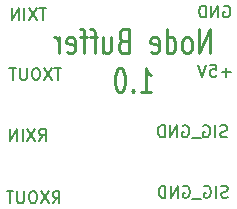
<source format=gbo>
G04 #@! TF.GenerationSoftware,KiCad,Pcbnew,5.1.2-f72e74a~84~ubuntu18.04.1*
G04 #@! TF.CreationDate,2019-05-27T13:07:39-06:00*
G04 #@! TF.ProjectId,sprinkler_node_buffer,73707269-6e6b-46c6-9572-5f6e6f64655f,rev?*
G04 #@! TF.SameCoordinates,Original*
G04 #@! TF.FileFunction,Legend,Bot*
G04 #@! TF.FilePolarity,Positive*
%FSLAX46Y46*%
G04 Gerber Fmt 4.6, Leading zero omitted, Abs format (unit mm)*
G04 Created by KiCad (PCBNEW 5.1.2-f72e74a~84~ubuntu18.04.1) date 2019-05-27 13:07:39*
%MOMM*%
%LPD*%
G04 APERTURE LIST*
%ADD10C,0.254000*%
%ADD11C,0.150000*%
G04 APERTURE END LIST*
D10*
X61028942Y-47858438D02*
X61028942Y-45826438D01*
X60158085Y-47858438D01*
X60158085Y-45826438D01*
X59214657Y-47858438D02*
X59359800Y-47761676D01*
X59432371Y-47664914D01*
X59504942Y-47471390D01*
X59504942Y-46890819D01*
X59432371Y-46697295D01*
X59359800Y-46600533D01*
X59214657Y-46503771D01*
X58996942Y-46503771D01*
X58851800Y-46600533D01*
X58779228Y-46697295D01*
X58706657Y-46890819D01*
X58706657Y-47471390D01*
X58779228Y-47664914D01*
X58851800Y-47761676D01*
X58996942Y-47858438D01*
X59214657Y-47858438D01*
X57400371Y-47858438D02*
X57400371Y-45826438D01*
X57400371Y-47761676D02*
X57545514Y-47858438D01*
X57835800Y-47858438D01*
X57980942Y-47761676D01*
X58053514Y-47664914D01*
X58126085Y-47471390D01*
X58126085Y-46890819D01*
X58053514Y-46697295D01*
X57980942Y-46600533D01*
X57835800Y-46503771D01*
X57545514Y-46503771D01*
X57400371Y-46600533D01*
X56094085Y-47761676D02*
X56239228Y-47858438D01*
X56529514Y-47858438D01*
X56674657Y-47761676D01*
X56747228Y-47568152D01*
X56747228Y-46794057D01*
X56674657Y-46600533D01*
X56529514Y-46503771D01*
X56239228Y-46503771D01*
X56094085Y-46600533D01*
X56021514Y-46794057D01*
X56021514Y-46987580D01*
X56747228Y-47181104D01*
X53699228Y-46794057D02*
X53481514Y-46890819D01*
X53408942Y-46987580D01*
X53336371Y-47181104D01*
X53336371Y-47471390D01*
X53408942Y-47664914D01*
X53481514Y-47761676D01*
X53626657Y-47858438D01*
X54207228Y-47858438D01*
X54207228Y-45826438D01*
X53699228Y-45826438D01*
X53554085Y-45923200D01*
X53481514Y-46019961D01*
X53408942Y-46213485D01*
X53408942Y-46407009D01*
X53481514Y-46600533D01*
X53554085Y-46697295D01*
X53699228Y-46794057D01*
X54207228Y-46794057D01*
X52030085Y-46503771D02*
X52030085Y-47858438D01*
X52683228Y-46503771D02*
X52683228Y-47568152D01*
X52610657Y-47761676D01*
X52465514Y-47858438D01*
X52247800Y-47858438D01*
X52102657Y-47761676D01*
X52030085Y-47664914D01*
X51522085Y-46503771D02*
X50941514Y-46503771D01*
X51304371Y-47858438D02*
X51304371Y-46116723D01*
X51231800Y-45923200D01*
X51086657Y-45826438D01*
X50941514Y-45826438D01*
X50651228Y-46503771D02*
X50070657Y-46503771D01*
X50433514Y-47858438D02*
X50433514Y-46116723D01*
X50360942Y-45923200D01*
X50215800Y-45826438D01*
X50070657Y-45826438D01*
X48982085Y-47761676D02*
X49127228Y-47858438D01*
X49417514Y-47858438D01*
X49562657Y-47761676D01*
X49635228Y-47568152D01*
X49635228Y-46794057D01*
X49562657Y-46600533D01*
X49417514Y-46503771D01*
X49127228Y-46503771D01*
X48982085Y-46600533D01*
X48909514Y-46794057D01*
X48909514Y-46987580D01*
X49635228Y-47181104D01*
X48256371Y-47858438D02*
X48256371Y-46503771D01*
X48256371Y-46890819D02*
X48183800Y-46697295D01*
X48111228Y-46600533D01*
X47966085Y-46503771D01*
X47820942Y-46503771D01*
X55186942Y-51160438D02*
X56057800Y-51160438D01*
X55622371Y-51160438D02*
X55622371Y-49128438D01*
X55767514Y-49418723D01*
X55912657Y-49612247D01*
X56057800Y-49709009D01*
X54533800Y-50966914D02*
X54461228Y-51063676D01*
X54533800Y-51160438D01*
X54606371Y-51063676D01*
X54533800Y-50966914D01*
X54533800Y-51160438D01*
X53517800Y-49128438D02*
X53372657Y-49128438D01*
X53227514Y-49225200D01*
X53154942Y-49321961D01*
X53082371Y-49515485D01*
X53009800Y-49902533D01*
X53009800Y-50386342D01*
X53082371Y-50773390D01*
X53154942Y-50966914D01*
X53227514Y-51063676D01*
X53372657Y-51160438D01*
X53517800Y-51160438D01*
X53662942Y-51063676D01*
X53735514Y-50966914D01*
X53808085Y-50773390D01*
X53880657Y-50386342D01*
X53880657Y-49902533D01*
X53808085Y-49515485D01*
X53735514Y-49321961D01*
X53662942Y-49225200D01*
X53517800Y-49128438D01*
D11*
X62229904Y-43873800D02*
X62325142Y-43826180D01*
X62468000Y-43826180D01*
X62610857Y-43873800D01*
X62706095Y-43969038D01*
X62753714Y-44064276D01*
X62801333Y-44254752D01*
X62801333Y-44397609D01*
X62753714Y-44588085D01*
X62706095Y-44683323D01*
X62610857Y-44778561D01*
X62468000Y-44826180D01*
X62372761Y-44826180D01*
X62229904Y-44778561D01*
X62182285Y-44730942D01*
X62182285Y-44397609D01*
X62372761Y-44397609D01*
X61753714Y-44826180D02*
X61753714Y-43826180D01*
X61182285Y-44826180D01*
X61182285Y-43826180D01*
X60706095Y-44826180D02*
X60706095Y-43826180D01*
X60468000Y-43826180D01*
X60325142Y-43873800D01*
X60229904Y-43969038D01*
X60182285Y-44064276D01*
X60134666Y-44254752D01*
X60134666Y-44397609D01*
X60182285Y-44588085D01*
X60229904Y-44683323D01*
X60325142Y-44778561D01*
X60468000Y-44826180D01*
X60706095Y-44826180D01*
X62804514Y-49449028D02*
X62042609Y-49449028D01*
X62423561Y-49829980D02*
X62423561Y-49068076D01*
X61090228Y-48829980D02*
X61566419Y-48829980D01*
X61614038Y-49306171D01*
X61566419Y-49258552D01*
X61471180Y-49210933D01*
X61233085Y-49210933D01*
X61137847Y-49258552D01*
X61090228Y-49306171D01*
X61042609Y-49401409D01*
X61042609Y-49639504D01*
X61090228Y-49734742D01*
X61137847Y-49782361D01*
X61233085Y-49829980D01*
X61471180Y-49829980D01*
X61566419Y-49782361D01*
X61614038Y-49734742D01*
X60756895Y-48829980D02*
X60423561Y-49829980D01*
X60090228Y-48829980D01*
X62516971Y-54913161D02*
X62374114Y-54960780D01*
X62136019Y-54960780D01*
X62040780Y-54913161D01*
X61993161Y-54865542D01*
X61945542Y-54770304D01*
X61945542Y-54675066D01*
X61993161Y-54579828D01*
X62040780Y-54532209D01*
X62136019Y-54484590D01*
X62326495Y-54436971D01*
X62421733Y-54389352D01*
X62469352Y-54341733D01*
X62516971Y-54246495D01*
X62516971Y-54151257D01*
X62469352Y-54056019D01*
X62421733Y-54008400D01*
X62326495Y-53960780D01*
X62088400Y-53960780D01*
X61945542Y-54008400D01*
X61516971Y-54960780D02*
X61516971Y-53960780D01*
X60516971Y-54008400D02*
X60612209Y-53960780D01*
X60755066Y-53960780D01*
X60897923Y-54008400D01*
X60993161Y-54103638D01*
X61040780Y-54198876D01*
X61088400Y-54389352D01*
X61088400Y-54532209D01*
X61040780Y-54722685D01*
X60993161Y-54817923D01*
X60897923Y-54913161D01*
X60755066Y-54960780D01*
X60659828Y-54960780D01*
X60516971Y-54913161D01*
X60469352Y-54865542D01*
X60469352Y-54532209D01*
X60659828Y-54532209D01*
X60278876Y-55056019D02*
X59516971Y-55056019D01*
X58755066Y-54008400D02*
X58850304Y-53960780D01*
X58993161Y-53960780D01*
X59136019Y-54008400D01*
X59231257Y-54103638D01*
X59278876Y-54198876D01*
X59326495Y-54389352D01*
X59326495Y-54532209D01*
X59278876Y-54722685D01*
X59231257Y-54817923D01*
X59136019Y-54913161D01*
X58993161Y-54960780D01*
X58897923Y-54960780D01*
X58755066Y-54913161D01*
X58707447Y-54865542D01*
X58707447Y-54532209D01*
X58897923Y-54532209D01*
X58278876Y-54960780D02*
X58278876Y-53960780D01*
X57707447Y-54960780D01*
X57707447Y-53960780D01*
X57231257Y-54960780D02*
X57231257Y-53960780D01*
X56993161Y-53960780D01*
X56850304Y-54008400D01*
X56755066Y-54103638D01*
X56707447Y-54198876D01*
X56659828Y-54389352D01*
X56659828Y-54532209D01*
X56707447Y-54722685D01*
X56755066Y-54817923D01*
X56850304Y-54913161D01*
X56993161Y-54960780D01*
X57231257Y-54960780D01*
X62567771Y-60043961D02*
X62424914Y-60091580D01*
X62186819Y-60091580D01*
X62091580Y-60043961D01*
X62043961Y-59996342D01*
X61996342Y-59901104D01*
X61996342Y-59805866D01*
X62043961Y-59710628D01*
X62091580Y-59663009D01*
X62186819Y-59615390D01*
X62377295Y-59567771D01*
X62472533Y-59520152D01*
X62520152Y-59472533D01*
X62567771Y-59377295D01*
X62567771Y-59282057D01*
X62520152Y-59186819D01*
X62472533Y-59139200D01*
X62377295Y-59091580D01*
X62139200Y-59091580D01*
X61996342Y-59139200D01*
X61567771Y-60091580D02*
X61567771Y-59091580D01*
X60567771Y-59139200D02*
X60663009Y-59091580D01*
X60805866Y-59091580D01*
X60948723Y-59139200D01*
X61043961Y-59234438D01*
X61091580Y-59329676D01*
X61139200Y-59520152D01*
X61139200Y-59663009D01*
X61091580Y-59853485D01*
X61043961Y-59948723D01*
X60948723Y-60043961D01*
X60805866Y-60091580D01*
X60710628Y-60091580D01*
X60567771Y-60043961D01*
X60520152Y-59996342D01*
X60520152Y-59663009D01*
X60710628Y-59663009D01*
X60329676Y-60186819D02*
X59567771Y-60186819D01*
X58805866Y-59139200D02*
X58901104Y-59091580D01*
X59043961Y-59091580D01*
X59186819Y-59139200D01*
X59282057Y-59234438D01*
X59329676Y-59329676D01*
X59377295Y-59520152D01*
X59377295Y-59663009D01*
X59329676Y-59853485D01*
X59282057Y-59948723D01*
X59186819Y-60043961D01*
X59043961Y-60091580D01*
X58948723Y-60091580D01*
X58805866Y-60043961D01*
X58758247Y-59996342D01*
X58758247Y-59663009D01*
X58948723Y-59663009D01*
X58329676Y-60091580D02*
X58329676Y-59091580D01*
X57758247Y-60091580D01*
X57758247Y-59091580D01*
X57282057Y-60091580D02*
X57282057Y-59091580D01*
X57043961Y-59091580D01*
X56901104Y-59139200D01*
X56805866Y-59234438D01*
X56758247Y-59329676D01*
X56710628Y-59520152D01*
X56710628Y-59663009D01*
X56758247Y-59853485D01*
X56805866Y-59948723D01*
X56901104Y-60043961D01*
X57043961Y-60091580D01*
X57282057Y-60091580D01*
X47747038Y-60548780D02*
X48080371Y-60072590D01*
X48318466Y-60548780D02*
X48318466Y-59548780D01*
X47937514Y-59548780D01*
X47842276Y-59596400D01*
X47794657Y-59644019D01*
X47747038Y-59739257D01*
X47747038Y-59882114D01*
X47794657Y-59977352D01*
X47842276Y-60024971D01*
X47937514Y-60072590D01*
X48318466Y-60072590D01*
X47413704Y-59548780D02*
X46747038Y-60548780D01*
X46747038Y-59548780D02*
X47413704Y-60548780D01*
X46175609Y-59548780D02*
X45985133Y-59548780D01*
X45889895Y-59596400D01*
X45794657Y-59691638D01*
X45747038Y-59882114D01*
X45747038Y-60215447D01*
X45794657Y-60405923D01*
X45889895Y-60501161D01*
X45985133Y-60548780D01*
X46175609Y-60548780D01*
X46270847Y-60501161D01*
X46366085Y-60405923D01*
X46413704Y-60215447D01*
X46413704Y-59882114D01*
X46366085Y-59691638D01*
X46270847Y-59596400D01*
X46175609Y-59548780D01*
X45318466Y-59548780D02*
X45318466Y-60358304D01*
X45270847Y-60453542D01*
X45223228Y-60501161D01*
X45127990Y-60548780D01*
X44937514Y-60548780D01*
X44842276Y-60501161D01*
X44794657Y-60453542D01*
X44747038Y-60358304D01*
X44747038Y-59548780D01*
X44413704Y-59548780D02*
X43842276Y-59548780D01*
X44127990Y-60548780D02*
X44127990Y-59548780D01*
X46597771Y-55265580D02*
X46931104Y-54789390D01*
X47169200Y-55265580D02*
X47169200Y-54265580D01*
X46788247Y-54265580D01*
X46693009Y-54313200D01*
X46645390Y-54360819D01*
X46597771Y-54456057D01*
X46597771Y-54598914D01*
X46645390Y-54694152D01*
X46693009Y-54741771D01*
X46788247Y-54789390D01*
X47169200Y-54789390D01*
X46264438Y-54265580D02*
X45597771Y-55265580D01*
X45597771Y-54265580D02*
X46264438Y-55265580D01*
X45216819Y-55265580D02*
X45216819Y-54265580D01*
X44740628Y-55265580D02*
X44740628Y-54265580D01*
X44169200Y-55265580D01*
X44169200Y-54265580D01*
X48469276Y-49109380D02*
X47897847Y-49109380D01*
X48183561Y-50109380D02*
X48183561Y-49109380D01*
X47659752Y-49109380D02*
X46993085Y-50109380D01*
X46993085Y-49109380D02*
X47659752Y-50109380D01*
X46421657Y-49109380D02*
X46231180Y-49109380D01*
X46135942Y-49157000D01*
X46040704Y-49252238D01*
X45993085Y-49442714D01*
X45993085Y-49776047D01*
X46040704Y-49966523D01*
X46135942Y-50061761D01*
X46231180Y-50109380D01*
X46421657Y-50109380D01*
X46516895Y-50061761D01*
X46612133Y-49966523D01*
X46659752Y-49776047D01*
X46659752Y-49442714D01*
X46612133Y-49252238D01*
X46516895Y-49157000D01*
X46421657Y-49109380D01*
X45564514Y-49109380D02*
X45564514Y-49918904D01*
X45516895Y-50014142D01*
X45469276Y-50061761D01*
X45374038Y-50109380D01*
X45183561Y-50109380D01*
X45088323Y-50061761D01*
X45040704Y-50014142D01*
X44993085Y-49918904D01*
X44993085Y-49109380D01*
X44659752Y-49109380D02*
X44088323Y-49109380D01*
X44374038Y-50109380D02*
X44374038Y-49109380D01*
X47193009Y-44054780D02*
X46621580Y-44054780D01*
X46907295Y-45054780D02*
X46907295Y-44054780D01*
X46383485Y-44054780D02*
X45716819Y-45054780D01*
X45716819Y-44054780D02*
X46383485Y-45054780D01*
X45335866Y-45054780D02*
X45335866Y-44054780D01*
X44859676Y-45054780D02*
X44859676Y-44054780D01*
X44288247Y-45054780D01*
X44288247Y-44054780D01*
M02*

</source>
